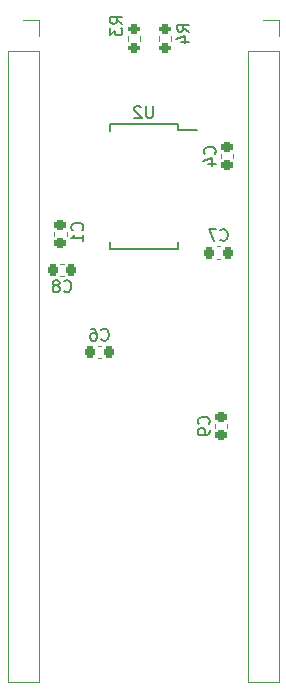
<source format=gbr>
%TF.GenerationSoftware,KiCad,Pcbnew,7.0.8*%
%TF.CreationDate,2023-11-18T20:12:02-05:00*%
%TF.ProjectId,PIC24FJ64GA004 Dev Board,50494332-3446-44a3-9634-474130303420,rev?*%
%TF.SameCoordinates,Original*%
%TF.FileFunction,Legend,Bot*%
%TF.FilePolarity,Positive*%
%FSLAX46Y46*%
G04 Gerber Fmt 4.6, Leading zero omitted, Abs format (unit mm)*
G04 Created by KiCad (PCBNEW 7.0.8) date 2023-11-18 20:12:02*
%MOMM*%
%LPD*%
G01*
G04 APERTURE LIST*
G04 Aperture macros list*
%AMRoundRect*
0 Rectangle with rounded corners*
0 $1 Rounding radius*
0 $2 $3 $4 $5 $6 $7 $8 $9 X,Y pos of 4 corners*
0 Add a 4 corners polygon primitive as box body*
4,1,4,$2,$3,$4,$5,$6,$7,$8,$9,$2,$3,0*
0 Add four circle primitives for the rounded corners*
1,1,$1+$1,$2,$3*
1,1,$1+$1,$4,$5*
1,1,$1+$1,$6,$7*
1,1,$1+$1,$8,$9*
0 Add four rect primitives between the rounded corners*
20,1,$1+$1,$2,$3,$4,$5,0*
20,1,$1+$1,$4,$5,$6,$7,0*
20,1,$1+$1,$6,$7,$8,$9,0*
20,1,$1+$1,$8,$9,$2,$3,0*%
G04 Aperture macros list end*
%ADD10C,0.150000*%
%ADD11C,0.120000*%
%ADD12O,1.000000X2.100000*%
%ADD13O,1.000000X1.800000*%
%ADD14RoundRect,0.225000X-0.250000X0.225000X-0.250000X-0.225000X0.250000X-0.225000X0.250000X0.225000X0*%
%ADD15R,1.750000X0.450000*%
%ADD16RoundRect,0.200000X0.275000X-0.200000X0.275000X0.200000X-0.275000X0.200000X-0.275000X-0.200000X0*%
%ADD17RoundRect,0.225000X-0.225000X-0.250000X0.225000X-0.250000X0.225000X0.250000X-0.225000X0.250000X0*%
%ADD18R,1.700000X1.700000*%
%ADD19O,1.700000X1.700000*%
%ADD20RoundRect,0.225000X0.225000X0.250000X-0.225000X0.250000X-0.225000X-0.250000X0.225000X-0.250000X0*%
G04 APERTURE END LIST*
D10*
X88802380Y-74864933D02*
X88850000Y-74817314D01*
X88850000Y-74817314D02*
X88897619Y-74674457D01*
X88897619Y-74674457D02*
X88897619Y-74579219D01*
X88897619Y-74579219D02*
X88850000Y-74436362D01*
X88850000Y-74436362D02*
X88754761Y-74341124D01*
X88754761Y-74341124D02*
X88659523Y-74293505D01*
X88659523Y-74293505D02*
X88469047Y-74245886D01*
X88469047Y-74245886D02*
X88326190Y-74245886D01*
X88326190Y-74245886D02*
X88135714Y-74293505D01*
X88135714Y-74293505D02*
X88040476Y-74341124D01*
X88040476Y-74341124D02*
X87945238Y-74436362D01*
X87945238Y-74436362D02*
X87897619Y-74579219D01*
X87897619Y-74579219D02*
X87897619Y-74674457D01*
X87897619Y-74674457D02*
X87945238Y-74817314D01*
X87945238Y-74817314D02*
X87992857Y-74864933D01*
X88897619Y-75817314D02*
X88897619Y-75245886D01*
X88897619Y-75531600D02*
X87897619Y-75531600D01*
X87897619Y-75531600D02*
X88040476Y-75436362D01*
X88040476Y-75436362D02*
X88135714Y-75341124D01*
X88135714Y-75341124D02*
X88183333Y-75245886D01*
X94785904Y-64365819D02*
X94785904Y-65175342D01*
X94785904Y-65175342D02*
X94738285Y-65270580D01*
X94738285Y-65270580D02*
X94690666Y-65318200D01*
X94690666Y-65318200D02*
X94595428Y-65365819D01*
X94595428Y-65365819D02*
X94404952Y-65365819D01*
X94404952Y-65365819D02*
X94309714Y-65318200D01*
X94309714Y-65318200D02*
X94262095Y-65270580D01*
X94262095Y-65270580D02*
X94214476Y-65175342D01*
X94214476Y-65175342D02*
X94214476Y-64365819D01*
X93785904Y-64461057D02*
X93738285Y-64413438D01*
X93738285Y-64413438D02*
X93643047Y-64365819D01*
X93643047Y-64365819D02*
X93404952Y-64365819D01*
X93404952Y-64365819D02*
X93309714Y-64413438D01*
X93309714Y-64413438D02*
X93262095Y-64461057D01*
X93262095Y-64461057D02*
X93214476Y-64556295D01*
X93214476Y-64556295D02*
X93214476Y-64651533D01*
X93214476Y-64651533D02*
X93262095Y-64794390D01*
X93262095Y-64794390D02*
X93833523Y-65365819D01*
X93833523Y-65365819D02*
X93214476Y-65365819D01*
X92199619Y-57401933D02*
X91723428Y-57068600D01*
X92199619Y-56830505D02*
X91199619Y-56830505D01*
X91199619Y-56830505D02*
X91199619Y-57211457D01*
X91199619Y-57211457D02*
X91247238Y-57306695D01*
X91247238Y-57306695D02*
X91294857Y-57354314D01*
X91294857Y-57354314D02*
X91390095Y-57401933D01*
X91390095Y-57401933D02*
X91532952Y-57401933D01*
X91532952Y-57401933D02*
X91628190Y-57354314D01*
X91628190Y-57354314D02*
X91675809Y-57306695D01*
X91675809Y-57306695D02*
X91723428Y-57211457D01*
X91723428Y-57211457D02*
X91723428Y-56830505D01*
X91199619Y-57735267D02*
X91199619Y-58354314D01*
X91199619Y-58354314D02*
X91580571Y-58020981D01*
X91580571Y-58020981D02*
X91580571Y-58163838D01*
X91580571Y-58163838D02*
X91628190Y-58259076D01*
X91628190Y-58259076D02*
X91675809Y-58306695D01*
X91675809Y-58306695D02*
X91771047Y-58354314D01*
X91771047Y-58354314D02*
X92009142Y-58354314D01*
X92009142Y-58354314D02*
X92104380Y-58306695D01*
X92104380Y-58306695D02*
X92152000Y-58259076D01*
X92152000Y-58259076D02*
X92199619Y-58163838D01*
X92199619Y-58163838D02*
X92199619Y-57878124D01*
X92199619Y-57878124D02*
X92152000Y-57782886D01*
X92152000Y-57782886D02*
X92104380Y-57735267D01*
X87275666Y-80021580D02*
X87323285Y-80069200D01*
X87323285Y-80069200D02*
X87466142Y-80116819D01*
X87466142Y-80116819D02*
X87561380Y-80116819D01*
X87561380Y-80116819D02*
X87704237Y-80069200D01*
X87704237Y-80069200D02*
X87799475Y-79973961D01*
X87799475Y-79973961D02*
X87847094Y-79878723D01*
X87847094Y-79878723D02*
X87894713Y-79688247D01*
X87894713Y-79688247D02*
X87894713Y-79545390D01*
X87894713Y-79545390D02*
X87847094Y-79354914D01*
X87847094Y-79354914D02*
X87799475Y-79259676D01*
X87799475Y-79259676D02*
X87704237Y-79164438D01*
X87704237Y-79164438D02*
X87561380Y-79116819D01*
X87561380Y-79116819D02*
X87466142Y-79116819D01*
X87466142Y-79116819D02*
X87323285Y-79164438D01*
X87323285Y-79164438D02*
X87275666Y-79212057D01*
X86704237Y-79545390D02*
X86799475Y-79497771D01*
X86799475Y-79497771D02*
X86847094Y-79450152D01*
X86847094Y-79450152D02*
X86894713Y-79354914D01*
X86894713Y-79354914D02*
X86894713Y-79307295D01*
X86894713Y-79307295D02*
X86847094Y-79212057D01*
X86847094Y-79212057D02*
X86799475Y-79164438D01*
X86799475Y-79164438D02*
X86704237Y-79116819D01*
X86704237Y-79116819D02*
X86513761Y-79116819D01*
X86513761Y-79116819D02*
X86418523Y-79164438D01*
X86418523Y-79164438D02*
X86370904Y-79212057D01*
X86370904Y-79212057D02*
X86323285Y-79307295D01*
X86323285Y-79307295D02*
X86323285Y-79354914D01*
X86323285Y-79354914D02*
X86370904Y-79450152D01*
X86370904Y-79450152D02*
X86418523Y-79497771D01*
X86418523Y-79497771D02*
X86513761Y-79545390D01*
X86513761Y-79545390D02*
X86704237Y-79545390D01*
X86704237Y-79545390D02*
X86799475Y-79593009D01*
X86799475Y-79593009D02*
X86847094Y-79640628D01*
X86847094Y-79640628D02*
X86894713Y-79735866D01*
X86894713Y-79735866D02*
X86894713Y-79926342D01*
X86894713Y-79926342D02*
X86847094Y-80021580D01*
X86847094Y-80021580D02*
X86799475Y-80069200D01*
X86799475Y-80069200D02*
X86704237Y-80116819D01*
X86704237Y-80116819D02*
X86513761Y-80116819D01*
X86513761Y-80116819D02*
X86418523Y-80069200D01*
X86418523Y-80069200D02*
X86370904Y-80021580D01*
X86370904Y-80021580D02*
X86323285Y-79926342D01*
X86323285Y-79926342D02*
X86323285Y-79735866D01*
X86323285Y-79735866D02*
X86370904Y-79640628D01*
X86370904Y-79640628D02*
X86418523Y-79593009D01*
X86418523Y-79593009D02*
X86513761Y-79545390D01*
X99513580Y-91273333D02*
X99561200Y-91225714D01*
X99561200Y-91225714D02*
X99608819Y-91082857D01*
X99608819Y-91082857D02*
X99608819Y-90987619D01*
X99608819Y-90987619D02*
X99561200Y-90844762D01*
X99561200Y-90844762D02*
X99465961Y-90749524D01*
X99465961Y-90749524D02*
X99370723Y-90701905D01*
X99370723Y-90701905D02*
X99180247Y-90654286D01*
X99180247Y-90654286D02*
X99037390Y-90654286D01*
X99037390Y-90654286D02*
X98846914Y-90701905D01*
X98846914Y-90701905D02*
X98751676Y-90749524D01*
X98751676Y-90749524D02*
X98656438Y-90844762D01*
X98656438Y-90844762D02*
X98608819Y-90987619D01*
X98608819Y-90987619D02*
X98608819Y-91082857D01*
X98608819Y-91082857D02*
X98656438Y-91225714D01*
X98656438Y-91225714D02*
X98704057Y-91273333D01*
X99608819Y-91749524D02*
X99608819Y-91940000D01*
X99608819Y-91940000D02*
X99561200Y-92035238D01*
X99561200Y-92035238D02*
X99513580Y-92082857D01*
X99513580Y-92082857D02*
X99370723Y-92178095D01*
X99370723Y-92178095D02*
X99180247Y-92225714D01*
X99180247Y-92225714D02*
X98799295Y-92225714D01*
X98799295Y-92225714D02*
X98704057Y-92178095D01*
X98704057Y-92178095D02*
X98656438Y-92130476D01*
X98656438Y-92130476D02*
X98608819Y-92035238D01*
X98608819Y-92035238D02*
X98608819Y-91844762D01*
X98608819Y-91844762D02*
X98656438Y-91749524D01*
X98656438Y-91749524D02*
X98704057Y-91701905D01*
X98704057Y-91701905D02*
X98799295Y-91654286D01*
X98799295Y-91654286D02*
X99037390Y-91654286D01*
X99037390Y-91654286D02*
X99132628Y-91701905D01*
X99132628Y-91701905D02*
X99180247Y-91749524D01*
X99180247Y-91749524D02*
X99227866Y-91844762D01*
X99227866Y-91844762D02*
X99227866Y-92035238D01*
X99227866Y-92035238D02*
X99180247Y-92130476D01*
X99180247Y-92130476D02*
X99132628Y-92178095D01*
X99132628Y-92178095D02*
X99037390Y-92225714D01*
X97838419Y-58050133D02*
X97362228Y-57716800D01*
X97838419Y-57478705D02*
X96838419Y-57478705D01*
X96838419Y-57478705D02*
X96838419Y-57859657D01*
X96838419Y-57859657D02*
X96886038Y-57954895D01*
X96886038Y-57954895D02*
X96933657Y-58002514D01*
X96933657Y-58002514D02*
X97028895Y-58050133D01*
X97028895Y-58050133D02*
X97171752Y-58050133D01*
X97171752Y-58050133D02*
X97266990Y-58002514D01*
X97266990Y-58002514D02*
X97314609Y-57954895D01*
X97314609Y-57954895D02*
X97362228Y-57859657D01*
X97362228Y-57859657D02*
X97362228Y-57478705D01*
X97171752Y-58907276D02*
X97838419Y-58907276D01*
X96790800Y-58669181D02*
X97505085Y-58431086D01*
X97505085Y-58431086D02*
X97505085Y-59050133D01*
X100509666Y-75688380D02*
X100557285Y-75736000D01*
X100557285Y-75736000D02*
X100700142Y-75783619D01*
X100700142Y-75783619D02*
X100795380Y-75783619D01*
X100795380Y-75783619D02*
X100938237Y-75736000D01*
X100938237Y-75736000D02*
X101033475Y-75640761D01*
X101033475Y-75640761D02*
X101081094Y-75545523D01*
X101081094Y-75545523D02*
X101128713Y-75355047D01*
X101128713Y-75355047D02*
X101128713Y-75212190D01*
X101128713Y-75212190D02*
X101081094Y-75021714D01*
X101081094Y-75021714D02*
X101033475Y-74926476D01*
X101033475Y-74926476D02*
X100938237Y-74831238D01*
X100938237Y-74831238D02*
X100795380Y-74783619D01*
X100795380Y-74783619D02*
X100700142Y-74783619D01*
X100700142Y-74783619D02*
X100557285Y-74831238D01*
X100557285Y-74831238D02*
X100509666Y-74878857D01*
X100176332Y-74783619D02*
X99509666Y-74783619D01*
X99509666Y-74783619D02*
X99938237Y-75783619D01*
X100021580Y-68413333D02*
X100069200Y-68365714D01*
X100069200Y-68365714D02*
X100116819Y-68222857D01*
X100116819Y-68222857D02*
X100116819Y-68127619D01*
X100116819Y-68127619D02*
X100069200Y-67984762D01*
X100069200Y-67984762D02*
X99973961Y-67889524D01*
X99973961Y-67889524D02*
X99878723Y-67841905D01*
X99878723Y-67841905D02*
X99688247Y-67794286D01*
X99688247Y-67794286D02*
X99545390Y-67794286D01*
X99545390Y-67794286D02*
X99354914Y-67841905D01*
X99354914Y-67841905D02*
X99259676Y-67889524D01*
X99259676Y-67889524D02*
X99164438Y-67984762D01*
X99164438Y-67984762D02*
X99116819Y-68127619D01*
X99116819Y-68127619D02*
X99116819Y-68222857D01*
X99116819Y-68222857D02*
X99164438Y-68365714D01*
X99164438Y-68365714D02*
X99212057Y-68413333D01*
X99450152Y-69270476D02*
X100116819Y-69270476D01*
X99069200Y-69032381D02*
X99783485Y-68794286D01*
X99783485Y-68794286D02*
X99783485Y-69413333D01*
X90438266Y-84121180D02*
X90485885Y-84168800D01*
X90485885Y-84168800D02*
X90628742Y-84216419D01*
X90628742Y-84216419D02*
X90723980Y-84216419D01*
X90723980Y-84216419D02*
X90866837Y-84168800D01*
X90866837Y-84168800D02*
X90962075Y-84073561D01*
X90962075Y-84073561D02*
X91009694Y-83978323D01*
X91009694Y-83978323D02*
X91057313Y-83787847D01*
X91057313Y-83787847D02*
X91057313Y-83644990D01*
X91057313Y-83644990D02*
X91009694Y-83454514D01*
X91009694Y-83454514D02*
X90962075Y-83359276D01*
X90962075Y-83359276D02*
X90866837Y-83264038D01*
X90866837Y-83264038D02*
X90723980Y-83216419D01*
X90723980Y-83216419D02*
X90628742Y-83216419D01*
X90628742Y-83216419D02*
X90485885Y-83264038D01*
X90485885Y-83264038D02*
X90438266Y-83311657D01*
X89581123Y-83216419D02*
X89771599Y-83216419D01*
X89771599Y-83216419D02*
X89866837Y-83264038D01*
X89866837Y-83264038D02*
X89914456Y-83311657D01*
X89914456Y-83311657D02*
X90009694Y-83454514D01*
X90009694Y-83454514D02*
X90057313Y-83644990D01*
X90057313Y-83644990D02*
X90057313Y-84025942D01*
X90057313Y-84025942D02*
X90009694Y-84121180D01*
X90009694Y-84121180D02*
X89962075Y-84168800D01*
X89962075Y-84168800D02*
X89866837Y-84216419D01*
X89866837Y-84216419D02*
X89676361Y-84216419D01*
X89676361Y-84216419D02*
X89581123Y-84168800D01*
X89581123Y-84168800D02*
X89533504Y-84121180D01*
X89533504Y-84121180D02*
X89485885Y-84025942D01*
X89485885Y-84025942D02*
X89485885Y-83787847D01*
X89485885Y-83787847D02*
X89533504Y-83692609D01*
X89533504Y-83692609D02*
X89581123Y-83644990D01*
X89581123Y-83644990D02*
X89676361Y-83597371D01*
X89676361Y-83597371D02*
X89866837Y-83597371D01*
X89866837Y-83597371D02*
X89962075Y-83644990D01*
X89962075Y-83644990D02*
X90009694Y-83692609D01*
X90009694Y-83692609D02*
X90057313Y-83787847D01*
D11*
%TO.C,C1*%
X87484000Y-75043420D02*
X87484000Y-75324580D01*
X86464000Y-75043420D02*
X86464000Y-75324580D01*
D10*
%TO.C,U2*%
X96899000Y-76486000D02*
X96899000Y-75836000D01*
X96899000Y-76486000D02*
X91149000Y-76486000D01*
X96899000Y-66411000D02*
X98499000Y-66411000D01*
X96899000Y-65836000D02*
X96899000Y-66411000D01*
X96899000Y-65836000D02*
X91149000Y-65836000D01*
X91149000Y-76486000D02*
X91149000Y-75836000D01*
X91149000Y-65836000D02*
X91149000Y-66486000D01*
D11*
%TO.C,R3*%
X92695500Y-58872658D02*
X92695500Y-58398142D01*
X93740500Y-58872658D02*
X93740500Y-58398142D01*
%TO.C,C8*%
X86968420Y-77722000D02*
X87249580Y-77722000D01*
X86968420Y-78742000D02*
X87249580Y-78742000D01*
%TO.C,C9*%
X101094000Y-91299420D02*
X101094000Y-91580580D01*
X100074000Y-91299420D02*
X100074000Y-91580580D01*
%TO.C,J2*%
X85150000Y-113090000D02*
X82490000Y-113090000D01*
X85150000Y-59690000D02*
X85150000Y-113090000D01*
X85150000Y-59690000D02*
X82490000Y-59690000D01*
X85150000Y-58420000D02*
X85150000Y-57090000D01*
X85150000Y-57090000D02*
X83820000Y-57090000D01*
X82490000Y-59690000D02*
X82490000Y-113090000D01*
%TO.C,R4*%
X95286300Y-58860458D02*
X95286300Y-58385942D01*
X96331300Y-58860458D02*
X96331300Y-58385942D01*
%TO.C,C7*%
X100483580Y-77268800D02*
X100202420Y-77268800D01*
X100483580Y-76248800D02*
X100202420Y-76248800D01*
%TO.C,J3*%
X105470000Y-113090000D02*
X102810000Y-113090000D01*
X105470000Y-59690000D02*
X105470000Y-113090000D01*
X105470000Y-59690000D02*
X102810000Y-59690000D01*
X105470000Y-58420000D02*
X105470000Y-57090000D01*
X105470000Y-57090000D02*
X104140000Y-57090000D01*
X102810000Y-59690000D02*
X102810000Y-113090000D01*
%TO.C,C4*%
X101602000Y-68439420D02*
X101602000Y-68720580D01*
X100582000Y-68439420D02*
X100582000Y-68720580D01*
%TO.C,C6*%
X90412180Y-85701600D02*
X90131020Y-85701600D01*
X90412180Y-84681600D02*
X90131020Y-84681600D01*
%TD*%
%LPC*%
D12*
%TO.C,J1*%
X98650000Y-63049000D03*
D13*
X98650000Y-58869000D03*
D12*
X90010000Y-63049000D03*
D13*
X90010000Y-58869000D03*
%TD*%
D14*
%TO.C,C1*%
X86974000Y-74409000D03*
X86974000Y-75959000D03*
%TD*%
D15*
%TO.C,U2*%
X97624000Y-66936000D03*
X97624000Y-67586000D03*
X97624000Y-68236000D03*
X97624000Y-68886000D03*
X97624000Y-69536000D03*
X97624000Y-70186000D03*
X97624000Y-70836000D03*
X97624000Y-71486000D03*
X97624000Y-72136000D03*
X97624000Y-72786000D03*
X97624000Y-73436000D03*
X97624000Y-74086000D03*
X97624000Y-74736000D03*
X97624000Y-75386000D03*
X90424000Y-75386000D03*
X90424000Y-74736000D03*
X90424000Y-74086000D03*
X90424000Y-73436000D03*
X90424000Y-72786000D03*
X90424000Y-72136000D03*
X90424000Y-71486000D03*
X90424000Y-70836000D03*
X90424000Y-70186000D03*
X90424000Y-69536000D03*
X90424000Y-68886000D03*
X90424000Y-68236000D03*
X90424000Y-67586000D03*
X90424000Y-66936000D03*
%TD*%
D16*
%TO.C,R3*%
X93218000Y-59460400D03*
X93218000Y-57810400D03*
%TD*%
D17*
%TO.C,C8*%
X86334000Y-78232000D03*
X87884000Y-78232000D03*
%TD*%
D14*
%TO.C,C9*%
X100584000Y-90665000D03*
X100584000Y-92215000D03*
%TD*%
D18*
%TO.C,J2*%
X83820000Y-58420000D03*
D19*
X83820000Y-60960000D03*
X83820000Y-63500000D03*
X83820000Y-66040000D03*
X83820000Y-68580000D03*
X83820000Y-71120000D03*
X83820000Y-73660000D03*
X83820000Y-76200000D03*
X83820000Y-78740000D03*
X83820000Y-81280000D03*
X83820000Y-83820000D03*
X83820000Y-86360000D03*
X83820000Y-88900000D03*
X83820000Y-91440000D03*
X83820000Y-93980000D03*
X83820000Y-96520000D03*
X83820000Y-99060000D03*
X83820000Y-101600000D03*
X83820000Y-104140000D03*
X83820000Y-106680000D03*
X83820000Y-109220000D03*
X83820000Y-111760000D03*
%TD*%
D16*
%TO.C,R4*%
X95808800Y-59448200D03*
X95808800Y-57798200D03*
%TD*%
D20*
%TO.C,C7*%
X101118000Y-76758800D03*
X99568000Y-76758800D03*
%TD*%
D18*
%TO.C,J3*%
X104140000Y-58420000D03*
D19*
X104140000Y-60960000D03*
X104140000Y-63500000D03*
X104140000Y-66040000D03*
X104140000Y-68580000D03*
X104140000Y-71120000D03*
X104140000Y-73660000D03*
X104140000Y-76200000D03*
X104140000Y-78740000D03*
X104140000Y-81280000D03*
X104140000Y-83820000D03*
X104140000Y-86360000D03*
X104140000Y-88900000D03*
X104140000Y-91440000D03*
X104140000Y-93980000D03*
X104140000Y-96520000D03*
X104140000Y-99060000D03*
X104140000Y-101600000D03*
X104140000Y-104140000D03*
X104140000Y-106680000D03*
X104140000Y-109220000D03*
X104140000Y-111760000D03*
%TD*%
D14*
%TO.C,C4*%
X101092000Y-67805000D03*
X101092000Y-69355000D03*
%TD*%
D20*
%TO.C,C6*%
X91046600Y-85191600D03*
X89496600Y-85191600D03*
%TD*%
%LPD*%
M02*

</source>
